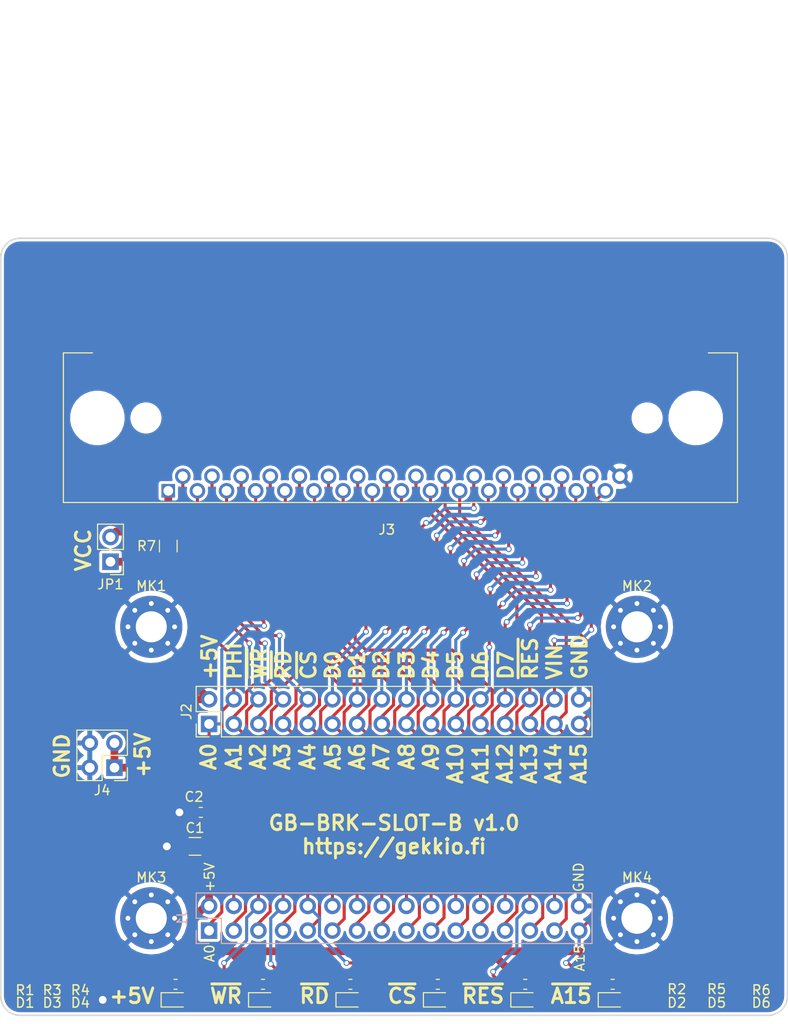
<source format=kicad_pcb>
(kicad_pcb (version 20211014) (generator pcbnew)
  (title_block (title "GB-BRK-SLOT-B") (rev "v1.0") (company "https://gekkio.fi"))
  (layers (0 "F.Cu" signal) (31 "B.Cu" signal) (34 "B.Paste" user) (35 "F.Paste" user) (36 "B.SilkS" user "B.Silkscreen") (37 "F.SilkS" user "F.Silkscreen") (38 "B.Mask" user) (39 "F.Mask" user) (44 "Edge.Cuts" user))
  (net 0 "")
  (net 1 "Net-(D1-Pad2)")
  (net 2 "+5V")
  (net 3 "GND")
  (net 4 "/A0")
  (net 5 "/PHI")
  (net 6 "/A1")
  (net 7 "/~{WR}")
  (net 8 "/A2")
  (net 9 "/~{RD}")
  (net 10 "/A3")
  (net 11 "/~{CS}")
  (net 12 "/A4")
  (net 13 "/D0")
  (net 14 "/A5")
  (net 15 "/D1")
  (net 16 "/A6")
  (net 17 "/D2")
  (net 18 "/A7")
  (net 19 "/D3")
  (net 20 "/A8")
  (net 21 "/D4")
  (net 22 "/A9")
  (net 23 "/D5")
  (net 24 "/A10")
  (net 25 "/D6")
  (net 26 "/A11")
  (net 27 "/D7")
  (net 28 "/A12")
  (net 29 "/~{RES}")
  (net 30 "/A13")
  (net 31 "/VIN")
  (net 32 "/A14")
  (net 33 "/A15")
  (net 34 "Net-(D2-Pad2)")
  (net 35 "Net-(D3-Pad2)")
  (net 36 "Net-(D4-Pad2)")
  (net 37 "Net-(D5-Pad2)")
  (net 38 "Net-(D6-Pad2)")
  (net 39 "Net-(J3-Pad1)")
  (footprint "LED_SMD:LED_0603_1608Metric" (layer "F.Cu") (at 65 148.4)
    (fp_text reference "D1")
    (fp_text value "LED")
  )
  (footprint "Connector_PinHeader_2.54mm:PinHeader_2x16_P2.54mm_Vertical" (layer "F.Cu") (at 68.45 120 90)
    (fp_text reference "J2")
    (fp_text value "Conn_02x16_Odd_Even")
  )
  (footprint "Resistor_SMD:R_0603_1608Metric" (layer "F.Cu") (at 65 146.8)
    (fp_text reference "R1")
    (fp_text value "3.3k")
  )
  (footprint "Capacitor_SMD:C_1206_3216Metric" (layer "F.Cu") (at 67 132.6 180)
    (fp_text reference "C1")
    (fp_text value "10uF")
  )
  (footprint "Capacitor_SMD:C_0603_1608Metric" (layer "F.Cu") (at 67.6 129.1 180)
    (fp_text reference "C2")
    (fp_text value "0.1uF")
  )
  (footprint "LED_SMD:LED_0603_1608Metric" (layer "F.Cu") (at 101 148.4)
    (fp_text reference "D2")
    (fp_text value "LED")
  )
  (footprint "LED_SMD:LED_0603_1608Metric" (layer "F.Cu") (at 74 148.4)
    (fp_text reference "D3")
    (fp_text value "LED")
  )
  (footprint "LED_SMD:LED_0603_1608Metric" (layer "F.Cu") (at 83 148.4)
    (fp_text reference "D4")
    (fp_text value "LED")
  )
  (footprint "LED_SMD:LED_0603_1608Metric" (layer "F.Cu") (at 92 148.4)
    (fp_text reference "D5")
    (fp_text value "LED")
  )
  (footprint "LED_SMD:LED_0603_1608Metric" (layer "F.Cu") (at 110 148.4)
    (fp_text reference "D6")
    (fp_text value "LED")
  )
  (footprint "Resistor_SMD:R_0603_1608Metric" (layer "F.Cu") (at 83 146.8)
    (fp_text reference "R4")
    (fp_text value "3.3k")
  )
  (footprint "Resistor_SMD:R_0603_1608Metric" (layer "F.Cu") (at 110 146.8)
    (fp_text reference "R6")
    (fp_text value "3.3k")
  )
  (footprint "Resistor_SMD:R_0603_1608Metric" (layer "F.Cu") (at 101 146.8)
    (fp_text reference "R2")
    (fp_text value "3.3k")
  )
  (footprint "Resistor_SMD:R_0603_1608Metric" (layer "F.Cu") (at 92 146.8)
    (fp_text reference "R5")
    (fp_text value "3.3k")
  )
  (footprint "Resistor_SMD:R_0603_1608Metric" (layer "F.Cu") (at 74 146.8)
    (fp_text reference "R3")
    (fp_text value "3.3k")
  )
  (footprint "MountingHole:MountingHole_3.2mm_M3_Pad_Via" (layer "F.Cu") (at 62.5 110)
    (fp_text reference "MK1")
    (fp_text value "MountingHole_Pad")
  )
  (footprint "MountingHole:MountingHole_3.2mm_M3_Pad_Via" (layer "F.Cu") (at 112.5 110)
    (fp_text reference "MK2")
    (fp_text value "MountingHole_Pad")
  )
  (footprint "MountingHole:MountingHole_3.2mm_M3_Pad_Via" (layer "F.Cu") (at 62.5 140)
    (fp_text reference "MK3")
    (fp_text value "MountingHole_Pad")
  )
  (footprint "MountingHole:MountingHole_3.2mm_M3_Pad_Via" (layer "F.Cu") (at 112.5 140)
    (fp_text reference "MK4")
    (fp_text value "MountingHole_Pad")
  )
  (footprint "Connector_PinHeader_2.54mm:PinHeader_2x02_P2.54mm_Vertical" (layer "F.Cu") (at 58.71 124.5 180)
    (fp_text reference "J4")
    (fp_text value "Conn_02x02_Odd_Even")
  )
  (footprint "Resistor_SMD:R_1206_3216Metric_Pad1.42x1.75mm_HandSolder" (layer "F.Cu") (at 64.25 101.69 -90)
    (fp_text reference "R7")
    (fp_text value "0R")
  )
  (footprint "Connector_PinHeader_2.54mm:PinHeader_1x02_P2.54mm_Vertical" (layer "F.Cu") (at 58.3 103.3 180)
    (fp_text reference "JP1")
    (fp_text value "Jumper_NC_Small")
  )
  (footprint "Gekkio_Connector_PCBedge:GameBoy_Cartridge_SGB-SGB2_1x32_P1.50mm_Socket_Horizontal" (layer "F.Cu") (at 64.25 96)
    (fp_text reference "J3")
    (fp_text value "GameBoy_Cartridge")
  )
  (footprint "Connector_PinSocket_2.54mm:PinSocket_2x16_P2.54mm_Vertical" (layer "B.Cu") (at 68.45 141.27 -90)
    (fp_text reference "J1")
    (fp_text value "Conn_02x16_Odd_Even")
  )
  (gr_arc (start 47 72) (mid 47.585786 70.585786) (end 49 70) (layer "Edge.Cuts") (width 0.15))
  (gr_arc (start 49 150) (mid 47.585786 149.414214) (end 47 148) (layer "Edge.Cuts") (width 0.15))
  (gr_arc (start 128 148) (mid 127.414214 149.414214) (end 126 150) (layer "Edge.Cuts") (width 0.15))
  (gr_arc (start 126 70) (mid 127.414214 70.585786) (end 128 72) (layer "Edge.Cuts") (width 0.15))
  (gr_line (start 49 70) (end 126 70) (layer "Edge.Cuts") (width 0.15))
  (gr_line (start 128 72) (end 128 148) (layer "Edge.Cuts") (width 0.15))
  (gr_line (start 49 150) (end 126 150) (layer "Edge.Cuts") (width 0.15))
  (gr_line (start 47 72) (end 47 148) (layer "Edge.Cuts") (width 0.15))
  (gr_text "A0" (at 68.5 142.6 90) (layer "F.SilkS") (effects (font (size 1 1)) (justify right)))
  (gr_text "GND" (at 106.5 137.4 90) (layer "F.SilkS") (effects (font (size 1 1)) (justify left)))
  (gr_text "A15" (at 106.6 142.6 90) (layer "F.SilkS") (effects (font (size 1 1)) (justify right)))
  (gr_text "A1" (at 71 121.8 90) (layer "F.SilkS") (effects (font (size 1.5 1.5) (thickness 0.3)) (justify right)))
  (gr_text "A15" (at 106.5 121.8 90) (layer "F.SilkS") (effects (font (size 1.5 1.5) (thickness 0.3)) (justify right)))
  (gr_text "A14" (at 103.9 121.8 90) (layer "F.SilkS") (effects (font (size 1.5 1.5) (thickness 0.3)) (justify right)))
  (gr_text "A13" (at 101.4 121.8 90) (layer "F.SilkS") (effects (font (size 1.5 1.5) (thickness 0.3)) (justify right)))
  (gr_text "A12" (at 98.9 121.8 90) (layer "F.SilkS") (effects (font (size 1.5 1.5) (thickness 0.3)) (justify right)))
  (gr_text "A11" (at 96.4 121.8 90) (layer "F.SilkS") (effects (font (size 1.5 1.5) (thickness 0.3)) (justify right)))
  (gr_text "A10" (at 93.8 121.8 90) (layer "F.SilkS") (effects (font (size 1.5 1.5) (thickness 0.3)) (justify right)))
  (gr_text "A9" (at 91.3 121.8 90) (layer "F.SilkS") (effects (font (size 1.5 1.5) (thickness 0.3)) (justify right)))
  (gr_text "A8" (at 88.8 121.8 90) (layer "F.SilkS") (effects (font (size 1.5 1.5) (thickness 0.3)) (justify right)))
  (gr_text "A7" (at 86.2 121.8 90) (layer "F.SilkS") (effects (font (size 1.5 1.5) (thickness 0.3)) (justify right)))
  (gr_text "A6" (at 83.7 121.8 90) (layer "F.SilkS") (effects (font (size 1.5 1.5) (thickness 0.3)) (justify right)))
  (gr_text "A5" (at 81.2 121.8 90) (layer "F.SilkS") (effects (font (size 1.5 1.5) (thickness 0.3)) (justify right)))
  (gr_text "A4" (at 78.6 121.8 90) (layer "F.SilkS") (effects (font (size 1.5 1.5) (thickness 0.3)) (justify right)))
  (gr_text "A3" (at 76 121.8 90) (layer "F.SilkS") (effects (font (size 1.5 1.5) (thickness 0.3)) (justify right)))
  (gr_text "A2" (at 73.5 121.8 90) (layer "F.SilkS") (effects (font (size 1.5 1.5) (thickness 0.3)) (justify right)))
  (gr_text "GND" (at 106.6 115.6 90) (layer "F.SilkS") (effects (font (size 1.5 1.5) (thickness 0.3)) (justify left)))
  (gr_text "VIN" (at 104 115.6 90) (layer "F.SilkS") (effects (font (size 1.5 1.5) (thickness 0.3)) (justify left)))
  (gr_text "~{RES}" (at 101.5 115.6 90) (layer "F.SilkS") (effects (font (size 1.5 1.5) (thickness 0.3)) (justify left)))
  (gr_text "D7" (at 99 115.6 90) (layer "F.SilkS") (effects (font (size 1.5 1.5) (thickness 0.3)) (justify left)))
  (gr_text "D6" (at 96.4 115.6 90) (layer "F.SilkS") (effects (font (size 1.5 1.5) (thickness 0.3)) (justify left)))
  (gr_text "D5" (at 93.8 115.6 90) (layer "F.SilkS") (effects (font (size 1.5 1.5) (thickness 0.3)) (justify left)))
  (gr_text "D4" (at 91.3 115.6 90) (layer "F.SilkS") (effects (font (size 1.5 1.5) (thickness 0.3)) (justify left)))
  (gr_text "D3" (at 88.8 115.6 90) (layer "F.SilkS") (effects (font (size 1.5 1.5) (thickness 0.3)) (justify left)))
  (gr_text "D2" (at 86.2 115.6 90) (layer "F.SilkS") (effects (font (size 1.5 1.5) (thickness 0.3)) (justify left)))
  (gr_text "D1" (at 83.7 115.6 90) (layer "F.SilkS") (effects (font (size 1.5 1.5) (thickness 0.3)) (justify left)))
  (gr_text "D0" (at 81.2 115.6 90) (layer "F.SilkS") (effects (font (size 1.5 1.5) (thickness 0.3)) (justify left)))
  (gr_text "~{CS}" (at 78.7 115.6 90) (layer "F.SilkS") (effects (font (size 1.5 1.5) (thickness 0.3)) (justify left)))
  (gr_text "~{RD}" (at 76.1 115.6 90) (layer "F.SilkS") (effects (font (size 1.5 1.5) (thickness 0.3)) (justify left)))
  (gr_text "~{WR}" (at 73.6 115.6 90) (layer "F.SilkS") (effects (font (size 1.5 1.5) (thickness 0.3)) (justify left)))
  (gr_text "PHI" (at 71 115.6 90) (layer "F.SilkS") (effects (font (size 1.5 1.5) (thickness 0.3)) (justify left)))
  (gr_text "+5V" (at 68.5 115.6 90) (layer "F.SilkS") (effects (font (size 1.5 1.5) (thickness 0.3)) (justify left)))
  (gr_text "GND" (at 53.31 123.3 90) (layer "F.SilkS") (effects (font (size 1.5 1.5) (thickness 0.3))))
  (gr_text "A0" (at 68.4 121.8 90) (layer "F.SilkS") (effects (font (size 1.5 1.5) (thickness 0.3)) (justify right)))
  (gr_text "VCC" (at 55.5 102.1 90) (layer "F.SilkS") (effects (font (size 1.5 1.5) (thickness 0.3))))
  (gr_text "~{RES}" (at 99 148) (layer "F.SilkS") (effects (font (size 1.5 1.5) (thickness 0.3)) (justify right)))
  (gr_text "~{A15}" (at 108 148) (layer "F.SilkS") (effects (font (size 1.5 1.5) (thickness 0.3)) (justify right)))
  (gr_text "GB-BRK-SLOT-B v1.0\nhttps://gekkio.fi" (at 87.5 131.4) (layer "F.SilkS") (effects (font (size 1.5 1.5) (thickness 0.3))))
  (gr_text "+5V" (at 63 148) (layer "F.SilkS") (effects (font (size 1.5 1.5) (thickness 0.3)) (justify right)))
  (gr_text "~{WR}" (at 72 148) (layer "F.SilkS") (effects (font (size 1.5 1.5) (thickness 0.3)) (justify right)))
  (gr_text "+5V" (at 68.5 137.4 90) (layer "F.SilkS") (effects (font (size 1 1)) (justify left)))
  (gr_text "~{CS}" (at 90 148) (layer "F.SilkS") (effects (font (size 1.5 1.5) (thickness 0.3)) (justify right)))
  (gr_text "~{RD}" (at 81 148) (layer "F.SilkS") (effects (font (size 1.5 1.5) (thickness 0.3)) (justify right)))
  (gr_text "+5V" (at 61.61 123.2 90) (layer "F.SilkS") (effects (font (size 1.5 1.5) (thickness 0.3))))
  (segment (start 65.7875 146.8) (end 65.7875 148.4) (width 0.32) (layer "F.Cu") (net 1))
  (segment (start 106.6 143.4) (end 109.2125 146.0125) (width 0.8) (layer "F.Cu") (net 2))
  (segment (start 58.71 124.5) (end 63.9 124.5) (width 0.8) (layer "F.Cu") (net 2))
  (segment (start 77.9 143.4) (end 86.8 143.4) (width 0.8) (layer "F.Cu") (net 2))
  (segment (start 68.45 138.73) (end 68.07 138.73) (width 0.8) (layer "F.Cu") (net 2))
  (segment (start 66 122.4) (end 66 118.707919) (width 0.8) (layer "F.Cu") (net 2))
  (segment (start 64.1275 103.3) (end 64.25 103.1775) (width 0.8) (layer "F.Cu") (net 2))
  (segment (start 63.9 124.5) (end 66 122.4) (width 0.8) (layer "F.Cu") (net 2))
  (segment (start 97.3875 143.4) (end 96.4 143.4) (width 0.8) (layer "F.Cu") (net 2))
  (segment (start 109.2125 146.0125) (end 109.2125 146.8) (width 0.8) (layer "F.Cu") (net 2))
  (segment (start 96.4 143.4) (end 106.6 143.4) (width 0.8) (layer "F.Cu") (net 2))
  (segment (start 79.3875 143.4) (end 77.9 143.4) (width 0.8) (layer "F.Cu") (net 2))
  (segment (start 88.3875 143.4) (end 86.8 143.4) (width 0.8) (layer "F.Cu") (net 2))
  (segment (start 66.9 115.91) (end 66.9 107.67) (width 0.8) (layer "F.Cu") (net 2))
  (segment (start 91.2125 146.8) (end 91.2125 146.225) (width 0.8) (layer "F.Cu") (net 2))
  (segment (start 70.6 143.4) (end 77.9 143.4) (width 0.8) (layer "F.Cu") (net 2))
  (segment (start 82.2125 146.8) (end 82.2125 146.225) (width 0.8) (layer "F.Cu") (net 2))
  (segment (start 58.71 121.96) (end 58.71 124.5) (width 0.8) (layer "F.Cu") (net 2))
  (segment (start 64.2125 145.1875) (end 64.2125 146.8) (width 0.8) (layer "F.Cu") (net 2))
  (segment (start 68.45 117.46) (end 66.9 115.91) (width 0.8) (layer "F.Cu") (net 2))
  (segment (start 91.2125 146.225) (end 88.3875 143.4) (width 0.8) (layer "F.Cu") (net 2))
  (segment (start 82.2125 146.225) (end 79.3875 143.4) (width 0.8) (layer "F.Cu") (net 2))
  (segment (start 100.2125 146.225) (end 97.3875 143.4) (width 0.8) (layer "F.Cu") (net 2))
  (segment (start 66.8 142.2) (end 66.8 142.6) (width 0.8) (layer "F.Cu") (net 2))
  (segment (start 64.25 105.02) (end 64.25 103.1775) (width 0.8) (layer "F.Cu") (net 2))
  (segment (start 68.07 138.73) (end 66.8 140) (width 0.8) (layer "F.Cu") (net 2))
  (segment (start 100.2125 146.8) (end 100.2125 146.225) (width 0.8) (layer "F.Cu") (net 2))
  (segment (start 67.247919 117.46) (end 68.45 117.46) (width 0.8) (layer "F.Cu") (net 2))
  (segment (start 66.8 142.6) (end 64.2125 145.1875) (width 0.8) (layer "F.Cu") (net 2))
  (segment (start 73.2125 146.0125) (end 70.6 143.4) (width 0.8) (layer "F.Cu") (net 2))
  (segment (start 73.2125 146.8) (end 73.2125 146.0125) (width 0.8) (layer "F.Cu") (net 2))
  (segment (start 68.45 138.73) (end 68.45 124.85) (width 0.8) (layer "F.Cu") (net 2))
  (segment (start 66.8 140) (end 66.8 142.2) (width 0.8) (layer "F.Cu") (net 2))
  (segment (start 86.8 143.4) (end 96.4 143.4) (width 0.8) (layer "F.Cu") (net 2))
  (segment (start 66.8 142.580002) (end 66.8 142.2) (width 0.8) (layer "F.Cu") (net 2))
  (segment (start 68.45 124.85) (end 66 122.4) (width 0.8) (layer "F.Cu") (net 2))
  (segment (start 66 118.707919) (end 67.247919 117.46) (width 0.8) (layer "F.Cu") (net 2))
  (segment (start 70.6 143.4) (end 67.619998 143.4) (width 0.8) (layer "F.Cu") (net 2))
  (segment (start 67.619998 143.4) (end 66.8 142.580002) (width 0.8) (layer "F.Cu") (net 2))
  (segment (start 58.3 103.3) (end 64.1275 103.3) (width 0.8) (layer "F.Cu") (net 2))
  (segment (start 66.9 107.67) (end 64.25 105.02) (width 0.8) (layer "F.Cu") (net 2))
  (segment (start 66.8125 129.1) (end 65.4 129.1) (width 0.8) (layer "F.Cu") (net 3))
  (segment (start 64.2125 148.4) (end 57.5 148.4) (width 0.8) (layer "F.Cu") (net 3))
  (segment (start 65.6 132.6) (end 64.1 132.6) (width 0.8) (layer "F.Cu") (net 3))
  (via (at 57.5 148.4) (size 1) (drill 0.8) (layers "F.Cu" "B.Cu") (net 3))
  (via (at 64.1 132.6) (size 1) (drill 0.8) (layers "F.Cu" "B.Cu") (net 3))
  (via (at 65.4 129.1) (size 1) (drill 0.8) (layers "F.Cu" "B.Cu") (net 3))
  (segment (start 68.45 141.27) (end 68.45 140.668802) (width 0.32) (layer "F.Cu") (net 4))
  (segment (start 74.1 109.9) (end 74.1 109.475736) (width 0.32) (layer "F.Cu") (net 4))
  (segment (start 69.760001 139.358801) (end 69.760001 122.480001) (width 0.32) (layer "F.Cu") (net 4))
  (segment (start 69.760001 122.480001) (end 68.45 121.17) (width 0.32) (layer "F.Cu") (net 4))
  (segment (start 68.45 121.17) (end 68.45 120) (width 0.32) (layer "F.Cu") (net 4))
  (segment (start 68.45 140.668802) (end 69.760001 139.358801) (width 0.32) (layer "F.Cu") (net 4))
  (segment (start 71.75 107.125736) (end 71.75 94.5) (width 0.32) (layer "F.Cu") (net 4))
  (segment (start 74.1 109.475736) (end 71.75 107.125736) (width 0.32) (layer "F.Cu") (net 4))
  (via (at 74.1 109.9) (size 0.6) (drill 0.4) (layers "F.Cu" "B.Cu") (net 4))
  (segment (start 69.62 120) (end 69.760001 119.859999) (width 0.32) (layer "B.Cu") (net 4))
  (segment (start 68.45 120) (end 69.62 120) (width 0.32) (layer "B.Cu") (net 4))
  (segment (start 69.760001 112.339999) (end 72.2 109.9) (width 0.32) (layer "B.Cu") (net 4))
  (segment (start 72.2 109.9) (end 74.1 109.9) (width 0.32) (layer "B.Cu") (net 4))
  (segment (start 69.760001 119.859999) (end 69.760001 112.339999) (width 0.32) (layer "B.Cu") (net 4))
  (segment (start 69.779999 118.670001) (end 69.779999 121.764595) (width 0.32) (layer "F.Cu") (net 5))
  (segment (start 68 100.9) (end 68 110.2) (width 0.32) (layer "F.Cu") (net 5))
  (segment (start 71 117.45) (end 70.99 117.46) (width 0.32) (layer "F.Cu") (net 5))
  (segment (start 69.779999 121.764595) (end 70.99 122.974596) (width 0.32) (layer "F.Cu") (net 5))
  (segment (start 70.99 117.46) (end 69.779999 118.670001) (width 0.32) (layer "F.Cu") (net 5))
  (segment (start 68 110.2) (end 71 113.2) (width 0.32) (layer "F.Cu") (net 5))
  (segment (start 65.75 94.5) (end 65.75 98.65) (width 0.32) (layer "F.Cu") (net 5))
  (segment (start 65.75 98.65) (end 68 100.9) (width 0.32) (layer "F.Cu") (net 5))
  (segment (start 70.99 122.974596) (end 70.99 138.73) (width 0.32) (layer "F.Cu") (net 5))
  (segment (start 71 113.2) (end 71 117.45) (width 0.32) (layer "F.Cu") (net 5))
  (segment (start 74.240802 116) (end 73 116) (width 0.32) (layer "F.Cu") (net 6))
  (segment (start 70.99 119.250802) (end 70.99 120) (width 0.32) (layer "F.Cu") (net 6))
  (segment (start 73.25 96) (end 73.25 105.85) (width 0.32) (layer "F.Cu") (net 6))
  (segment (start 70.99 141.27) (end 70.99 140.520802) (width 0.32) (layer "F.Cu") (net 6))
  (segment (start 73.25 105.85) (end 76.5 109.1) (width 0.32) (layer "F.Cu") (net 6))
  (segment (start 72.200001 121.210001) (end 71.839999 120.849999) (width 0.32) (layer "F.Cu") (net 6))
  (segment (start 71.839999 120.849999) (end 70.99 120) (width 0.32) (layer "F.Cu") (net 6))
  (segment (start 72.200001 139.310801) (end 72.200001 121.210001) (width 0.32) (layer "F.Cu") (net 6))
  (segment (start 76.5 113.740802) (end 74.240802 116) (width 0.32) (layer "F.Cu") (net 6))
  (segment (start 76.5 109.1) (end 76.5 113.740802) (width 0.32) (layer "F.Cu") (net 6))
  (segment (start 72.319999 117.920803) (end 70.99 119.250802) (width 0.32) (layer "F.Cu") (net 6))
  (segment (start 70.99 140.520802) (end 72.200001 139.310801) (width 0.32) (layer "F.Cu") (net 6))
  (segment (start 72.319999 116.680001) (end 72.319999 117.920803) (width 0.32) (layer "F.Cu") (net 6))
  (segment (start 73 116) (end 72.319999 116.680001) (width 0.32) (layer "F.Cu") (net 6))
  (segment (start 67.25 97.13137) (end 68.9 98.78137) (width 0.32) (layer "F.Cu") (net 7))
  (segment (start 68.9 108) (end 72.6 111.7) (width 0.32) (layer "F.Cu") (net 7))
  (segment (start 70 145.1875) (end 70 144.6) (width 0.32) (layer "F.Cu") (net 7))
  (segment (start 72.319999 120.594595) (end 73.53 121.804596) (width 0.32) (layer "F.Cu") (net 7))
  (segment (start 73.2125 148.4) (end 70 145.1875) (width 0.32) (layer "F.Cu") (net 7))
  (segment (start 68.9 98.78137) (end 68.9 108) (width 0.32) (layer "F.Cu") (net 7))
  (segment (start 73.53 121.804596) (end 73.53 138.73) (width 0.32) (layer "F.Cu") (net 7))
  (segment (start 73.53 117.46) (end 72.319999 118.670001) (width 0.32) (layer "F.Cu") (net 7))
  (segment (start 67.25 96) (end 67.25 97.13137) (width 0.32) (layer "F.Cu") (net 7))
  (segment (start 72.319999 118.670001) (end 72.319999 120.594595) (width 0.32) (layer "F.Cu") (net 7))
  (via (at 72.6 111.7) (size 0.6) (drill 0.4) (layers "F.Cu" "B.Cu") (net 7))
  (via (at 70 144.6) (size 0.6) (drill 0.4) (layers "F.Cu" "B.Cu") (net 7))
  (segment (start 72.6 116.53) (end 73.53 117.46) (width 0.32) (layer "B.Cu") (net 7))
  (segment (start 72.680001 139.579999) (end 73.53 138.73) (width 0.32) (layer "B.Cu") (net 7))
  (segment (start 72.319999 142.280001) (end 72.319999 139.940001) (width 0.32) (layer "B.Cu") (net 7))
  (segment (start 70 144.6) (end 72.319999 142.280001) (width 0.32) (layer "B.Cu") (net 7))
  (segment (start 72.6 111.7) (end 72.6 116.53) (width 0.32) (layer "B.Cu") (net 7))
  (segment (start 72.319999 139.940001) (end 72.680001 139.579999) (width 0.32) (layer "B.Cu") (net 7))
  (segment (start 76.2 116) (end 75.5 116) (width 0.32) (layer "F.Cu") (net 8))
  (segment (start 74.859999 117.920803) (end 73.53 119.250802) (width 0.32) (layer "F.Cu") (net 8))
  (segment (start 74.75 94.5) (end 74.75 105.05) (width 0.32) (layer "F.Cu") (net 8))
  (segment (start 75.5 116) (end 74.859999 116.640001) (width 0.32) (layer "F.Cu") (net 8))
  (segment (start 74.75 105.05) (end 77.2 107.5) (width 0.32) (layer "F.Cu") (net 8))
  (segment (start 73.53 119.250802) (end 73.53 120) (width 0.32) (layer "F.Cu") (net 8))
  (segment (start 74.379999 120.849999) (end 73.53 120) (width 0.32) (layer "F.Cu") (net 8))
  (segment (start 77.2 107.5) (end 77.2 115) (width 0.32) (layer "F.Cu") (net 8))
  (segment (start 73.53 141.27) (end 73.53 140.520802) (width 0.32) (layer "F.Cu") (net 8))
  (segment (start 74.740001 139.310801) (end 74.740001 121.210001) (width 0.32) (layer "F.Cu") (net 8))
  (segment (start 74.740001 121.210001) (end 74.379999 120.849999) (width 0.32) (layer "F.Cu") (net 8))
  (segment (start 74.859999 116.640001) (end 74.859999 117.920803) (width 0.32) (layer "F.Cu") (net 8))
  (segment (start 73.53 140.520802) (end 74.740001 139.310801) (width 0.32) (layer "F.Cu") (net 8))
  (segment (start 77.2 115) (end 76.2 116) (width 0.32) (layer "F.Cu") (net 8))
  (segment (start 69.6 97.8) (end 69.6 107.524264) (width 0.32) (layer "F.Cu") (net 9))
  (segment (start 74.859999 118.670001) (end 74.859999 120.594595) (width 0.32) (layer "F.Cu") (net 9))
  (segment (start 74.859999 120.594595) (end 76.07 121.804596) (width 0.32) (layer "F.Cu") (net 9))
  (segment (start 73.775736 111.7) (end 74.2 111.7) (width 0.32) (layer "F.Cu") (net 9))
  (segment (start 78.5 148.4) (end 74.8 144.7) (width 0.32) (layer "F.Cu") (net 9))
  (segment (start 69.6 107.524264) (end 73.775736 111.7) (width 0.32) (layer "F.Cu") (net 9))
  (segment (start 76.07 121.804596) (end 76.07 138.73) (width 0.32) (layer "F.Cu") (net 9))
  (segment (start 68.75 94.5) (end 68.75 96.95) (width 0.32) (layer "F.Cu") (net 9))
  (segment (start 82.2125 148.4) (end 78.5 148.4) (width 0.32) (layer "F.Cu") (net 9))
  (segment (start 76.07 117.46) (end 74.859999 118.670001) (width 0.32) (layer "F.Cu") (net 9))
  (segment (start 68.75 96.95) (end 69.6 97.8) (width 0.32) (layer "F.Cu") (net 9))
  (via (at 74.8 144.7) (size 0.6) (drill 0.4) (layers "F.Cu" "B.Cu") (net 9))
  (via (at 74.2 111.7) (size 0.6) (drill 0.4) (layers "F.Cu" "B.Cu") (net 9))
  (segment (start 74.8 140) (end 74.8 144.7) (width 0.32) (layer "B.Cu") (net 9))
  (segment (start 76.07 138.73) (end 74.8 140) (width 0.32) (layer "B.Cu") (net 9))
  (segment (start 74.2 115.59) (end 74.2 111.7) (width 0.32) (layer "B.Cu") (net 9))
  (segment (start 76.07 117.46) (end 74.2 115.59) (width 0.32) (layer "B.Cu") (net 9))
  (segment (start 77.280001 139.310801) (end 77.280001 121.210001) (width 0.32) (layer "F.Cu") (net 10))
  (segment (start 76.07 140.520802) (end 77.280001 139.310801) (width 0.32) (layer "F.Cu") (net 10))
  (segment (start 77.399999 116.400001) (end 77.9 115.9) (width 0.32) (layer "F.Cu") (net 10))
  (segment (start 77.280001 121.210001) (end 76.919999 120.849999) (width 0.32) (layer "F.Cu") (net 10))
  (segment (start 76.3 96.05) (end 76.25 96) (width 0.32) (layer "F.Cu") (net 10))
  (segment (start 76.07 119.250802) (end 77.399999 117.920803) (width 0.32) (layer "F.Cu") (net 10))
  (segment (start 77.9 115.9) (end 77.9 104.7) (width 0.32) (layer "F.Cu") (net 10))
  (segment (start 77.399999 117.920803) (end 77.399999 116.400001) (width 0.32) (layer "F.Cu") (net 10))
  (segment (start 76.919999 120.849999) (end 76.07 120) (width 0.32) (layer "F.Cu") (net 10))
  (segment (start 76.07 141.27) (end 76.07 140.520802) (width 0.32) (layer "F.Cu") (net 10))
  (segment (start 76.07 120) (end 76.07 119.250802) (width 0.32) (layer "F.Cu") (net 10))
  (segment (start 76.3 103.1) (end 76.3 96.05) (width 0.32) (layer "F.Cu") (net 10))
  (segment (start 77.9 104.7) (end 76.3 103.1) (width 0.32) (layer "F.Cu") (net 10))
  (segment (start 70.25 107.074264) (end 74.075736 110.9) (width 0.32) (layer "F.Cu") (net 11))
  (segment (start 78.61 117.46) (end 77.399999 118.670001) (width 0.32) (layer "F.Cu") (net 11))
  (segment (start 70.25 96) (end 70.25 107.074264) (width 0.32) (layer "F.Cu") (net 11))
  (segment (start 74.075736 110.9) (end 75.7 110.9) (width 0.32) (layer "F.Cu") (net 11))
  (segment (start 77.399999 118.670001) (end 77.399999 120.594595) (width 0.32) (layer "F.Cu") (net 11))
  (segment (start 77.399999 120.594595) (end 78.61 121.804596) (width 0.32) (layer "F.Cu") (net 11))
  (segment (start 78.61 121.804596) (end 78.61 138.73) (width 0.32) (layer "F.Cu") (net 11))
  (segment (start 91.2125 148.4) (end 87.4125 144.6) (width 0.32) (layer "F.Cu") (net 11))
  (segment (start 87.4125 144.6) (end 82.6 144.6) (width 0.32) (layer "F.Cu") (net 11))
  (via (at 75.7 110.9) (size 0.6) (drill 0.4) (layers "F.Cu" "B.Cu") (net 11))
  (via (at 82.6 144.6) (size 0.6) (drill 0.4) (layers "F.Cu" "B.Cu") (net 11))
  (segment (start 82.6 144.6) (end 79.820001 141.820001) (width 0.32) (layer "B.Cu") (net 11))
  (segment (start 79.820001 141.820001) (end 79.820001 139.940001) (width 0.32) (layer "B.Cu") (net 11))
  (segment (start 75.7 114.55) (end 75.7 110.9) (width 0.32) (layer "B.Cu") (net 11))
  (segment (start 78.61 117.46) (end 75.7 114.55) (width 0.32) (layer "B.Cu") (net 11))
  (segment (start 79.459999 139.579999) (end 78.61 138.73) (width 0.32) (layer "B.Cu") (net 11))
  (segment (start 79.820001 139.940001) (end 79.459999 139.579999) (width 0.32) (layer "B.Cu") (net 11))
  (segment (start 78.6 101.8) (end 77.75 100.95) (width 0.32) (layer "F.Cu") (net 12))
  (segment (start 78.61 141.27) (end 79.820001 140.059999) (width 0.32) (layer "F.Cu") (net 12))
  (segment (start 79.820001 115.020001) (end 78.6 113.8) (width 0.32) (layer "F.Cu") (net 12))
  (segment (start 79.459999 120.849999) (end 78.61 120) (width 0.32) (layer "F.Cu") (net 12))
  (segment (start 78.61 119.250802) (end 79.820001 118.040801) (width 0.32) (layer "F.Cu") (net 12))
  (segment (start 78.6 113.8) (end 78.6 101.8) (width 0.32) (layer "F.Cu") (net 12))
  (segment (start 79.820001 118.040801) (end 79.820001 115.020001) (width 0.32) (layer "F.Cu") (net 12))
  (segment (start 77.75 100.95) (end 77.75 94.5) (width 0.32) (layer "F.Cu") (net 12))
  (segment (start 79.820001 140.059999) (end 79.820001 121.210001) (width 0.32) (layer "F.Cu") (net 12))
  (segment (start 78.61 120) (end 78.61 119.250802) (width 0.32) (layer "F.Cu") (net 12))
  (segment (start 79.820001 121.210001) (end 79.459999 120.849999) (width 0.32) (layer "F.Cu") (net 12))
  (segment (start 84.6 105.499998) (end 90.799998 99.3) (width 0.32) (layer "F.Cu") (net 13))
  (segment (start 81.15 121.790802) (end 81.15 138.73) (width 0.32) (layer "F.Cu") (net 13))
  (segment (start 79.939999 118.670001) (end 79.939999 120.580801) (width 0.32) (layer "F.Cu") (net 13))
  (segment (start 95.7 94.55) (end 95.75 94.5) (width 0.32) (layer "F.Cu") (net 13))
  (segment (start 84.6 110.5) (end 84.6 105.499998) (width 0.32) (layer "F.Cu") (net 13))
  (segment (start 79.939999 120.580801) (end 81.15 121.790802) (width 0.32) (layer "F.Cu") (net 13))
  (segment (start 81.15 117.46) (end 79.939999 118.670001) (width 0.32) (layer "F.Cu") (net 13))
  (segment (start 95.7 97.8) (end 95.7 94.55) (width 0.32) (layer "F.Cu") (net 13))
  (via (at 90.799998 99.3) (size 0.6) (drill 0.4) (layers "F.Cu" "B.Cu") (net 13))
  (via (at 84.6 110.5) (size 0.6) (drill 0.4) (layers "F.Cu" "B.Cu") (net 13))
  (via (at 95.7 97.8) (size 0.6) (drill 0.4) (layers "F.Cu" "B.Cu") (net 13))
  (segment (start 92.724262 97.8) (end 91.224262 99.3) (width 0.32) (layer "B.Cu") (net 13))
  (segment (start 91.224262 99.3) (end 90.799998 99.3) (width 0.32) (layer "B.Cu") (net 13))
  (segment (start 95.7 97.8) (end 92.724262 97.8) (width 0.32) (layer "B.Cu") (net 13))
  (segment (start 81.15 117.46) (end 81.15 113.95) (width 0.32) (layer "B.Cu") (net 13))
  (segment (start 81.15 113.95) (end 84.6 110.5) (width 0.32) (layer "B.Cu") (net 13))
  (segment (start 79.3 96.05) (end 79.25 96) (width 0.32) (layer "F.Cu") (net 14))
  (segment (start 81.15 119.250802) (end 82.360001 118.040801) (width 0.32) (layer "F.Cu") (net 14))
  (segment (start 79.3 113.4) (end 79.3 96.05) (width 0.32) (layer "F.Cu") (net 14))
  (segment (start 82.360001 121.210001) (end 81.999999 120.849999) (width 0.32) (layer "F.Cu") (net 14))
  (segment (start 81.999999 120.849999) (end 81.15 120) (width 0.32) (layer "F.Cu") (net 14))
  (segment (start 81.15 141.27) (end 82.360001 140.059999) (width 0.32) (layer "F.Cu") (net 14))
  (segment (start 81.15 120) (end 81.15 119.250802) (width 0.32) (layer "F.Cu") (net 14))
  (segment (start 82.360001 118.040801) (end 82.360001 116.460001) (width 0.32) (layer "F.Cu") (net 14))
  (segment (start 82.360001 140.059999) (end 82.360001 121.210001) (width 0.32) (layer "F.Cu") (net 14))
  (segment (start 82.360001 116.460001) (end 79.3 113.4) (width 0.32) (layer "F.Cu") (net 14))
  (segment (start 96.5 99.2) (end 96.4 99.2) (width 0.32) (layer "F.Cu") (net 15))
  (segment (start 91.9 105.2) (end 91.9 100.6) (width 0.32) (layer "F.Cu") (net 15))
  (segment (start 86.6 110.5) (end 91.9 105.2) (width 0.32) (layer "F.Cu") (net 15))
  (segment (start 97.2 96.05) (end 97.2 98.5) (width 0.32) (layer "F.Cu") (net 15))
  (segment (start 97.25 96) (end 97.2 96.05) (width 0.32) (layer "F.Cu") (net 15))
  (segment (start 97.2 98.5) (end 96.5 99.2) (width 0.32) (layer "F.Cu") (net 15))
  (segment (start 83.69 117.46) (end 82.360001 118.789999) (width 0.32) (layer "F.Cu") (net 15))
  (segment (start 82.360001 120.474597) (end 83.69 121.804596) (width 0.32) (layer "F.Cu") (net 15))
  (segment (start 83.69 121.804596) (end 83.69 138.73) (width 0.32) (layer "F.Cu") (net 15))
  (segment (start 82.360001 118.789999) (end 82.360001 120.474597) (width 0.32) (layer "F.Cu") (net 15))
  (via (at 91.9 100.6) (size 0.6) (drill 0.4) (layers "F.Cu" "B.Cu") (net 15))
  (via (at 96.4 99.2) (size 0.6) (drill 0.4) (layers "F.Cu" "B.Cu") (net 15))
  (via (at 86.6 110.5) (size 0.6) (drill 0.4) (layers "F.Cu" "B.Cu") (net 15))
  (segment (start 93.3 99.2) (end 96.4 99.2) (width 0.32) (layer "B.Cu") (net 15))
  (segment (start 83.69 113.41) (end 86.6 110.5) (width 0.32) (layer "B.Cu") (net 15))
  (segment (start 83.69 117.46) (end 83.69 113.41) (width 0.32) (layer "B.Cu") (net 15))
  (segment (start 91.9 100.6) (end 93.3 99.2) (width 0.32) (layer "B.Cu") (net 15))
  (segment (start 84.5 115.9) (end 84.900001 116.300001) (width 0.32) (layer "F.Cu") (net 16))
  (segment (start 83.69 119.250802) (end 83.69 120) (width 0.32) (layer "F.Cu") (net 16))
  (segment (start 84.539999 120.849999) (end 83.69 120) (width 0.32) (layer "F.Cu") (net 16))
  (segment (start 84.900001 121.210001) (end 84.539999 120.849999) (width 0.32) (layer "F.Cu") (net 16))
  (segment (start 84.900001 116.300001) (end 84.900001 118.040801) (width 0.32) (layer "F.Cu") (net 16))
  (segment (start 84.900001 139.310801) (end 84.900001 121.210001) (width 0.32) (layer "F.Cu") (net 16))
  (segment (start 83.69 141.27) (end 83.69 140.520802) (width 0.32) (layer "F.Cu") (net 16))
  (segment (start 80 113) (end 82.9 115.9) (width 0.32) (layer "F.Cu") (net 16))
  (segment (start 84.900001 118.040801) (end 83.69 119.250802) (width 0.32) (layer "F.Cu") (net 16))
  (segment (start 83.69 140.520802) (end 84.900001 139.310801) (width 0.32) (layer "F.Cu") (net 16))
  (segment (start 80.75 94.5) (end 80.75 97.25) (width 0.32) (layer "F.Cu") (net 16))
  (segment (start 80.75 97.25) (end 80 98) (width 0.32) (layer "F.Cu") (net 16))
  (segment (start 82.9 115.9) (end 84.5 115.9) (width 0.32) (layer "F.Cu") (net 16))
  (segment (start 80 98) (end 80 113) (width 0.32) (layer "F.Cu") (net 16))
  (segment (start 86.23 121.804596) (end 86.23 138.73) (width 0.32) (layer "F.Cu") (net 17))
  (segment (start 93.3 105.799998) (end 93.3 101.9) (width 0.32) (layer "F.Cu") (net 17))
  (segment (start 98.75 97.75) (end 98.199999 98.300001) (width 0.32) (layer "F.Cu") (net 17))
  (segment (start 86.23 117.46) (end 85.019999 118.670001) (width 0.32) (layer "F.Cu") (net 17))
  (segment (start 85.019999 120.594595) (end 86.23 121.804596) (width 0.32) (layer "F.Cu") (net 17))
  (segment (start 98.199999 100.300001) (end 97.9 100.6) (width 0.32) (layer "F.Cu") (net 17))
  (segment (start 88.599998 110.5) (end 93.3 105.799998) (width 0.32) (layer "F.Cu") (net 17))
  (segment (start 85.019999 118.670001) (end 85.019999 120.594595) (width 0.32) (layer "F.Cu") (net 17))
  (segment (start 98.75 94.5) (end 98.75 97.75) (width 0.32) (layer "F.Cu") (net 17))
  (segment (start 98.199999 98.300001) (end 98.199999 100.300001) (width 0.32) (layer "F.Cu") (net 17))
  (via (at 97.9 100.6) (size 0.6) (drill 0.4) (layers "F.Cu" "B.Cu") (net 17))
  (via (at 88.599998 110.5) (size 0.6) (drill 0.4) (layers "F.Cu" "B.Cu") (net 17))
  (via (at 93.3 101.9) (size 0.6) (drill 0.4) (layers "F.Cu" "B.Cu") (net 17))
  (segment (start 86.23 117.46) (end 86.23 112.869998) (width 0.32) (layer "B.Cu") (net 17))
  (segment (start 93.3 101.9) (end 94.6 100.6) (width 0.32) (layer "B.Cu") (net 17))
  (segment (start 94.6 100.6) (end 97.9 100.6) (width 0.32) (layer "B.Cu") (net 17))
  (segment (start 86.23 112.869998) (end 88.599998 110.5) (width 0.32) (layer "B.Cu") (net 17))
  (segment (start 82.25 97.45) (end 80.7 99) (width 0.32) (layer "F.Cu") (net 18))
  (segment (start 82.25 96) (end 82.25 97.45) (width 0.32) (layer "F.Cu") (net 18))
  (segment (start 86.4 115.2) (end 87.440001 116.240001) (width 0.32) (layer "F.Cu") (net 18))
  (segment (start 87.079999 120.849999) (end 86.23 120) (width 0.32) (layer "F.Cu") (net 18))
  (segment (start 86.23 141.27) (end 86.23 140.520802) (width 0.32) (layer "F.Cu") (net 18))
  (segment (start 80.7 99) (end 80.7 112.6) (width 0.32) (layer "F.Cu") (net 18))
  (segment (start 87.440001 121.210001) (end 87.079999 120.849999) (width 0.32) (layer "F.Cu") (net 18))
  (segment (start 87.440001 116.240001) (end 87.440001 118.040801) (width 0.32) (layer "F.Cu") (net 18))
  (segment (start 86.23 119.250802) (end 86.23 120) (width 0.32) (layer "F.Cu") (net 18))
  (segment (start 80.7 112.6) (end 83.3 115.2) (width 0.32) (layer "F.Cu") (net 18))
  (segment (start 87.440001 139.310801) (end 87.440001 121.210001) (width 0.32) (layer "F.Cu") (net 18))
  (segment (start 86.23 140.520802) (end 87.440001 139.310801) (width 0.32) (layer "F.Cu") (net 18))
  (segment (start 87.440001 118.040801) (end 86.23 119.250802) (width 0.32) (layer "F.Cu") (net 18))
  (segment (start 83.3 115.2) (end 86.4 115.2) (width 0.32) (layer "F.Cu") (net 18))
  (segment (start 88.77 117.46) (end 87.559999 118.670001) (width 0.32) (layer "F.Cu") (net 19))
  (segment (start 94.7 106.399998) (end 94.7 103.2) (width 0.32) (layer "F.Cu") (net 19))
  (segment (start 88.77 121.804596) (end 88.77 138.73) (width 0.32) (layer "F.Cu") (net 19))
  (segment (start 99.3 99) (end 99.3 102) (width 0.32) (layer "F.Cu") (net 19))
  (segment (start 100.25 96) (end 100.25 98.05) (width 0.32) (layer "F.Cu") (net 19))
  (segment (start 90.599998 110.5) (end 94.7 106.399998) (width 0.32) (layer "F.Cu") (net 19))
  (segment (start 100.25 98.05) (end 99.3 99) (width 0.32) (layer "F.Cu") (net 19))
  (segment (start 87.559999 120.594595) (end 88.77 121.804596) (width 0.32) (layer "F.Cu") (net 19))
  (segment (start 87.559999 118.670001) (end 87.559999 120.594595) (width 0.32) (layer "F.Cu") (net 19))
  (via (at 90.599998 110.5) (size 0.6) (drill 0.4) (layers "F.Cu" "B.Cu") (net 19))
  (via (at 99.3 102) (size 0.6) (drill 0.4) (layers "F.Cu" "B.Cu") (net 19))
  (via (at 94.7 103.2) (size 0.6) (drill 0.4) (layers "F.Cu" "B.Cu") (net 19))
  (segment (start 88.77 112.33) (end 90.599998 110.500002) (width 0.32) (layer "B.Cu") (net 19))
  (segment (start 90.599998 110.500002) (end 90.599998 110.5) (width 0.32) (layer "B.Cu") (net 19))
  (segment (start 88.77 117.46) (end 88.77 112.33) (width 0.32) (layer "B.Cu") (net 19))
  (segment (start 94.7 103.2) (end 95.9 102) (width 0.32) (layer "B.Cu") (net 19))
  (segment (start 95.9 102) (end 99.3 102) (width 0.32) (layer "B.Cu") (net 19))
  (segment (start 88.77 141.27) (end 90.099999 139.940001) (width 0.32) (layer "F.Cu") (net 20))
  (segment (start 89.980001 118.040801) (end 89.980001 116.280001) (width 0.32) (layer "F.Cu") (net 20))
  (segment (start 88.2 114.5) (end 83.7 114.5) (width 0.32) (layer "F.Cu") (net 20))
  (segment (start 83.75 97.35) (end 81.4 99.7) (width 0.32) (layer "F.Cu") (net 20))
  (segment (start 89.619999 120.849999) (end 88.77 120) (width 0.32) (layer "F.Cu") (net 20))
  (segment (start 83.75 94.5) (end 83.75 97.35) (width 0.32) (layer "F.Cu") (net 20))
  (segment (start 88.77 120) (end 88.77 119.250802) (width 0.32) (layer "F.Cu") (net 20))
  (segment (start 81.4 112.2) (end 81.4 99.7) (width 0.32) (layer "F.Cu") (net 20))
  (segment (start 83.7 114.5) (end 81.4 112.2) (width 0.32) (layer "F.Cu") (net 20))
  (segment (start 90.099999 139.940001) (end 90.099999 121.329999) (width 0.32) (layer "F.Cu") (net 20))
  (segment (start 88.77 119.250802) (end 89.980001 118.040801) (width 0.32) (layer "F.Cu") (net 20))
  (segment (start 89.980001 116.280001) (end 88.2 114.5) (width 0.32) (layer "F.Cu") (net 20))
  (segment (start 90.099999 121.329999) (end 89.619999 120.849999) (width 0.32) (layer "F.Cu") (net 20))
  (segment (start 91.31 117.46) (end 89.980001 118.789999) (width 0.32) (layer "F.Cu") (net 21))
  (segment (start 101.75 94.5) (end 101.75 98.35) (width 0.32) (layer "F.Cu") (net 21))
  (segment (start 91.31 121.804596) (end 91.31 138.73) (width 0.32) (layer "F.Cu") (net 21))
  (segment (start 89.980001 120.474597) (end 91.31 121.804596) (width 0.32) (layer "F.Cu") (net 21))
  (segment (start 89.980001 118.789999) (end 89.980001 120.474597) (width 0.32) (layer "F.Cu") (net 21))
  (segment (start 100.7 99.4) (end 100.7 103.4) (width 0.32) (layer "F.Cu") (net 21))
  (segment (start 92.6 110.6) (end 96 107.2) (width 0.32) (layer "F.Cu") (net 21))
  (segment (start 101.75 98.35) (end 100.7 99.4) (width 0.32) (layer "F.Cu") (net 21))
  (segment (start 96 107.2) (end 96 104.6) (width 0.32) (layer "F.Cu") (net 21))
  (via (at 96 104.6) (size 0.6) (drill 0.4) (layers "F.Cu" "B.Cu") (net 21))
  (via (at 92.6 110.6) (size 0.6) (drill 0.4) (layers "F.Cu" "B.Cu") (net 21))
  (via (at 100.7 103.4) (size 0.6) (drill 0.4) (layers "F.Cu" "B.Cu") (net 21))
  (segment (start 91.31 117.46) (end 91.31 111.89) (width 0.32) (layer "B.Cu") (net 21))
  (segment (start 91.31 111.89) (end 92.6 110.6) (width 0.32) (layer "B.Cu") (net 21))
  (segment (start 96 104.6) (end 97.2 103.4) (width 0.32) (layer "B.Cu") (net 21))
  (segment (start 97.2 103.4) (end 100.7 103.4) (width 0.32) (layer "B.Cu") (net 21))
  (segment (start 91.31 120) (end 91.31 119.250802) (width 0.32) (layer "F.Cu") (net 22))
  (segment (start 82.1 111.9) (end 82.1 100.28137) (width 0.32) (layer "F.Cu") (net 22))
  (segment (start 92.159999 120.849999) (end 91.31 120) (width 0.32) (layer "F.Cu") (net 22))
  (segment (start 92.639999 139.940001) (end 92.639999 121.329999) (width 0.32) (layer "F.Cu") (net 22))
  (segment (start 82.1 100.28137) (end 85.25 97.13137) (width 0.32) (layer "F.Cu") (net 22))
  (segment (start 84 113.8) (end 82.1 111.9) (width 0.32) (layer "F.Cu") (net 22))
  (segment (start 92.520001 118.040801) (end 92.520001 116.620001) (width 0.32) (layer "F.Cu") (net 22))
  (segment (start 85.25 97.13137) (end 85.25 96) (width 0.32) (layer "F.Cu") (net 22))
  (segment (start 89.7 113.8) (end 84 113.8) (width 0.32) (layer "F.Cu") (net 22))
  (segment (start 92.639999 121.329999) (end 92.159999 120.849999) (width 0.32) (layer "F.Cu") (net 22))
  (segment (start 92.520001 116.620001) (end 89.7 113.8) (width 0.32) (layer "F.Cu") (net 22))
  (segment (start 91.31 141.27) (end 92.639999 139.940001) (width 0.32) (layer "F.Cu") (net 22))
  (segment (start 91.31 119.250802) (end 92.520001 118.040801) (width 0.32) (layer "F.Cu") (net 22))
  (segment (start 97.4 107.8) (end 97.4 106.1) (width 0.32) (layer "F.Cu") (net 23))
  (segment (start 102.1 100.2) (end 102.1 104.8) (width 0.32) (layer "F.Cu") (net 23))
  (segment (start 93.85 121.804596) (end 93.85 138.73) (width 0.32) (layer "F.Cu") (net 23))
  (segment (start 93.85 117.46) (end 92.639999 118.670001) (width 0.32) (layer "F.Cu") (net 23))
  (segment (start 103.25 99.05) (end 102.1 100.2) (width 0.32) (layer "F.Cu") (net 23))
  (segment (start 92.639999 120.594595) (end 93.85 121.804596) (width 0.32) (layer "F.Cu") (net 23))
  (segment (start 94.6 110.6) (end 97.4 107.8) (width 0.32) (layer "F.Cu") (net 23))
  (segment (start 103.25 96) (end 103.25 99.05) (width 0.32) (layer "F.Cu") (net 23))
  (segment (start 92.639999 118.670001) (end 92.639999 120.594595) (width 0.32) (layer "F.Cu") (net 23))
  (via (at 97.4 106.1) (size 0.6) (drill 0.4) (layers "F.Cu" "B.Cu") (net 23))
  (via (at 102.1 104.8) (size 0.6) (drill 0.4) (layers "F.Cu" "B.Cu") (net 23))
  (via (at 94.6 110.6) (size 0.6) (drill 0.4) (layers "F.Cu" "B.Cu") (net 23))
  (segment (start 97.4 106.1) (end 98.7 104.8) (width 0.32) (layer "B.Cu") (net 23))
  (segment (start 93.85 111.35) (end 94.6 110.6) (width 0.32) (layer "B.Cu") (net 23))
  (segment (start 98.7 104.8) (end 102.1 104.8) (width 0.32) (layer "B.Cu") (net 23))
  (segment (start 93.85 117.46) (end 93.85 111.35) (width 0.32) (layer "B.Cu") (net 23))
  (segment (start 86.75 97.25) (end 82.8 101.2) (width 0.32) (layer "F.Cu") (net 24))
  (segment (start 84.3 113.1) (end 82.8 111.6) (width 0.32) (layer "F.Cu") (net 24))
  (segment (start 93.85 119.250802) (end 95.060001 118.040801) (width 0.32) (layer "F.Cu") (net 24))
  (segment (start 95.060001 140.059999) (end 95.060001 121.210001) (width 0.32) (layer "F.Cu") (net 24))
  (segment (start 93.85 141.27) (end 95.060001 140.059999) (width 0.32) (layer "F.Cu") (net 24))
  (segment (start 95.060001 116.560001) (end 91.6 113.1) (width 0.32) (layer "F.Cu") (net 24))
  (segment (start 86.75 97.25) (end 86.75 94.5) (width 0.32) (layer "F.Cu") (net 24))
  (segment (start 95.060001 121.210001) (end 94.699999 120.849999) (width 0.32) (layer "F.Cu") (net 24))
  (segment (start 82.8 101.2) (end 82.8 111.6) (width 0.32) (layer "F.Cu") (net 24))
  (segment (start 95.060001 118.040801) (end 95.060001 116.560001) (width 0.32) (layer "F.Cu") (net 24))
  (segment (start 94.699999 120.849999) (end 93.85 120) (width 0.32) (layer "F.Cu") (net 24))
  (segment (start 93.85 120) (end 93.85 119.250802) (width 0.32) (layer "F.Cu") (net 24))
  (segment (start 91.6 113.1) (end 84.3 113.1) (width 0.32) (layer "F.Cu") (net 24))
  (segment (start 95.179999 118.670001) (end 95.179999 120.594595) (width 0.32) (layer "F.Cu") (net 25))
  (segment (start 96.39 117.46) (end 95.179999 118.670001) (width 0.32) (layer "F.Cu") (net 25))
  (segment (start 97.3 109) (end 97.3 112.1) (width 0.32) (layer "F.Cu") (net 25))
  (segment (start 103.6 100.8) (end 103.6 106.2) (width 0.32) (layer "F.Cu") (net 25))
  (segment (start 95.179999 120.594595) (end 96.39 121.804596) (width 0.32) (layer "F.Cu") (net 25))
  (segment (start 98.7 107.6) (end 97.3 109) (width 0.32) (layer "F.Cu") (net 25))
  (segment (start 96.39 121.804596) (end 96.39 138.73) (width 0.32) (layer "F.Cu") (net 25))
  (segment (start 104.75 99.65) (end 103.6 100.8) (width 0.32) (layer "F.Cu") (net 25))
  (segment (start 104.75 94.5) (end 104.75 99.65) (width 0.32) (layer "F.Cu") (net 25))
  (via (at 97.3 112.1) (size 0.6) (drill 0.4) (layers "F.Cu" "B.Cu") (net 25))
  (via (at 98.7 107.6) (size 0.6) (drill 0.4) (layers "F.Cu" "B.Cu") (net 25))
  (via (at 103.6 106.2) (size 0.6) (drill 0.4) (layers "F.Cu" "B.Cu") (net 25))
  (segment (start 96.39 117.46) (end 97.3 116.55) (width 0.32) (layer "B.Cu") (net 25))
  (segment (start 100.1 106.2) (end 103.6 106.2) (width 0.32) (layer "B.Cu") (net 25))
  (segment (start 98.7 107.6) (end 100.1 106.2) (width 0.32) (layer "B.Cu") (net 25))
  (segment (start 97.3 116.55) (end 97.3 112.1) (width 0.32) (layer "B.Cu") (net 25))
  (segment (start 97.239999 120.849999) (end 96.39 120) (width 0.32) (layer "F.Cu") (net 26))
  (segment (start 97.600001 139.310801) (end 97.600001 121.210001) (width 0.32) (layer "F.Cu") (net 26))
  (segment (start 88.25 97.13137) (end 88.25 96) (width 0.32) (layer "F.Cu") (net 26))
  (segment (start 96.39 119.250802) (end 97.600001 118.040801) (width 0.32) (layer "F.Cu") (net 26))
  (segment (start 97.600001 118.040801) (end 97.600001 116.500001) (width 0.32) (layer "F.Cu") (net 26))
  (segment (start 96.39 141.27) (end 96.39 140.520802) (width 0.32) (layer "F.Cu") (net 26))
  (segment (start 83.5 101.88137) (end 88.25 97.13137) (width 0.32) (layer "F.Cu") (net 26))
  (segment (start 84.6 112.4) (end 83.5 111.3) (width 0.32) (layer "F.Cu") (net 26))
  (segment (start 97.600001 116.500001) (end 93.5 112.4) (width 0.32) (layer "F.Cu") (net 26))
  (segment (start 83.5 111.3) (end 83.5 101.88137) (width 0.32) (layer "F.Cu") (net 26))
  (segment (start 96.39 120) (end 96.39 119.250802) (width 0.32) (layer "F.Cu") (net 26))
  (segment (start 96.39 140.520802) (end 97.600001 139.310801) (width 0.32) (layer "F.Cu") (net 26))
  (segment (start 97.600001 121.210001) (end 97.239999 120.849999) (width 0.32) (layer "F.Cu") (net 26))
  (segment (start 93.5 112.4) (end 84.6 112.4) (width 0.32) (layer "F.Cu") (net 26))
  (segment (start 97.600001 120.474597) (end 98.93 121.804596) (width 0.32) (layer "F.Cu") (net 27))
  (segment (start 98.93 117.46) (end 97.600001 118.789999) (width 0.32) (layer "F.Cu") (net 27))
  (segment (start 97.600001 118.789999) (end 97.600001 120.474597) (width 0.32) (layer "F.Cu") (net 27))
  (segment (start 106.2 96.05) (end 106.25 96) (width 0.32) (layer "F.Cu") (net 27))
  (segment (start 98.93 117.46) (end 98.93 109.67) (width 0.32) (layer "F.Cu") (net 27))
  (segment (start 105.3 107.6) (end 105.3 101.3) (width 0.32) (layer "F.Cu") (net 27))
  (segment (start 105.3 101.3) (end 106.2 100.4) (width 0.32) (layer "F.Cu") (net 27))
  (segment (start 98.93 109.67) (end 99.1 109.5) (width 0.32) (layer "F.Cu") (net 27))
  (segment (start 106.2 100.4) (end 106.2 96.05) (width 0.32) (layer "F.Cu") (net 27))
  (segment (start 98.93 121.804596) (end 98.93 138.73) (width 0.32) (layer "F.Cu") (net 27))
  (via (at 99.1 109.5) (size 0.6) (drill 0.4) (layers "F.Cu" "B.Cu") (net 27))
  (via (at 105.3 107.6) (size 0.6) (drill 0.4) (layers "F.Cu" "B.Cu") (net 27))
  (segment (start 101 107.6) (end 105.3 107.6) (width 0.32) (layer "B.Cu") (net 27))
  (segment (start 99.1 109.5) (end 101 107.6) (width 0.32) (layer "B.Cu") (net 27))
  (segment (start 100.140001 121.210001) (end 99.779999 120.849999) (width 0.32) (layer "F.Cu") (net 28))
  (segment (start 99.779999 120.849999) (end 98.93 120) (width 0.32) (layer "F.Cu") (net 28))
  (segment (start 98.93 119.250802) (end 98.93 120) (width 0.32) (layer "F.Cu") (net 28))
  (segment (start 100.140001 107.240001) (end 100.140001 118.040801) (width 0.32) (layer "F.Cu") (net 28))
  (segment (start 98.93 140.520802) (end 100.140001 139.310801) (width 0.32) (layer "F.Cu") (net 28))
  (segment (start 89.75 94.5) (end 89.75 96.85) (width 0.32) (layer "F.Cu") (net 28))
  (segment (start 100.140001 139.310801) (end 100.140001 121.210001) (width 0.32) (layer "F.Cu") (net 28))
  (segment (start 98.93 141.27) (end 98.93 140.520802) (width 0.32) (layer "F.Cu") (net 28))
  (segment (start 100.140001 118.040801) (end 98.93 119.250802) (width 0.32) (layer "F.Cu") (net 28))
  (segment (start 89.75 96.85) (end 100.140001 107.240001) (width 0.32) (layer "F.Cu") (net 28))
  (segment (start 100.140001 120.474597) (end 101.47 121.804596) (width 0.32) (layer "F.Cu") (net 29))
  (segment (start 101.47 109.83) (end 101.5 109.8) (width 0.32) (layer "F.Cu") (net 29))
  (segment (start 107.75 100.65) (end 106.699999 101.700001) (width 0.32) (layer "F.Cu") (net 29))
  (segment (start 101.47 121.804596) (end 101.47 138.73) (width 0.32) (layer "F.Cu") (net 29))
  (segment (start 101.47 117.46) (end 100.140001 118.789999) (width 0.32) (layer "F.Cu") (net 29))
  (segment (start 97.7 145.8875) (end 97.7 145.5) (width 0.32) (layer "F.Cu") (net 29))
  (segment (start 106.699999 108.800001) (end 106.4 109.1) (width 0.32) (layer "F.Cu") (net 29))
  (segment (start 100.140001 118.789999) (end 100.140001 120.474597) (width 0.32) (layer "F.Cu") (net 29))
  (segment (start 106.699999 101.700001) (end 106.699999 108.800001) (width 0.32) (layer "F.Cu") (net 29))
  (segment (start 101.47 117.46) (end 101.47 109.83) (width 0.32) (layer "F.Cu") (net 29))
  (segment (start 107.75 94.5) (end 107.75 100.65) (width 0.32) (layer "F.Cu") (net 29))
  (segment (start 100.2125 148.4) (end 97.7 145.8875) (width 0.32) (layer "F.Cu") (net 29))
  (via (at 101.5 109.8) (size 0.6) (drill 0.4) (layers "F.Cu" "B.Cu") (net 29))
  (via (at 97.7 145.5) (size 0.6) (drill 0.4) (layers "F.Cu" "B.Cu") (net 29))
  (via (at 106.4 109.1) (size 0.6) (drill 0.4) (layers "F.Cu" "B.Cu") (net 29))
  (segment (start 97.7 145.5) (end 100.140001 143.059999) (width 0.32) (layer "B.Cu") (net 29))
  (segment (start 106.4 109.1) (end 102.2 109.1) (width 0.32) (layer "B.Cu") (net 29))
  (segment (start 100.140001 143.059999) (end 100.140001 140.059999) (width 0.32) (layer "B.Cu") (net 29))
  (segment (start 100.620001 139.579999) (end 101.47 138.73) (width 0.32) (layer "B.Cu") (net 29))
  (segment (start 100.140001 140.059999) (end 100.620001 139.579999) (width 0.32) (layer "B.Cu") (net 29))
  (segment (start 102.2 109.1) (end 101.5 109.8) (width 0.32) (layer "B.Cu") (net 29))
  (segment (start 101.47 119.250802) (end 101.47 120) (width 0.32) (layer "F.Cu") (net 30))
  (segment (start 102.319999 120.849999) (end 101.47 120) (width 0.32) (layer "F.Cu") (net 30))
  (segment (start 91.25 97.35) (end 102.680001 108.780001) (width 0.32) (layer "F.Cu") (net 30))
  (segment (start 102.799999 121.329999) (end 102.319999 120.849999) (width 0.32) (layer "F.Cu") (net 30))
  (segment (start 102.680001 108.780001) (end 102.680001 118.040801) (width 0.32) (layer "F.Cu") (net 30))
  (segment (start 102.680001 118.040801) (end 101.47 119.250802) (width 0.32) (layer "F.Cu") (net 30))
  (segment (start 91.25 96) (end 91.25 97.35) (width 0.32) (layer "F.Cu") (net 30))
  (segment (start 102.799999 139.940001) (end 102.799999 121.329999) (width 0.32) (layer "F.Cu") (net 30))
  (segment (start 101.47 141.27) (end 102.799999 139.940001) (width 0.32) (layer "F.Cu") (net 30))
  (segment (start 102.799999 118.670001) (end 102.799999 120.594595) (width 0.32) (layer "F.Cu") (net 31))
  (segment (start 104.01 121.804596) (end 104.01 138.73) (width 0.32) (layer "F.Cu") (net 31))
  (segment (start 107.8 103.050001) (end 108.450001 102.4) (width 0.32) (layer "F.Cu") (net 31))
  (segment (start 102.799999 120.594595) (end 104.01 121.804596) (width 0.32) (layer "F.Cu") (net 31))
  (segment (start 104.01 117.46) (end 104.01 111.41) (width 0.32) (layer "F.Cu") (net 31))
  (segment (start 109.25 96) (end 108.450001 96.799999) (width 0.32) (layer "F.Cu") (net 31))
  (segment (start 108.450001 96.799999) (end 108.450001 102.4) (width 0.32) (layer "F.Cu") (net 31))
  (segment (start 104.01 111.41) (end 104 111.4) (width 0.32) (layer "F.Cu") (net 31))
  (segment (start 104.01 117.46) (end 102.799999 118.670001) (width 0.32) (layer "F.Cu") (net 31))
  (segment (start 107.8 110.3) (end 107.8 103.050001) (width 0.32) (layer "F.Cu") (net 31))
  (via (at 107.8 110.3) (size 0.6) (drill 0.4) (layers "F.Cu" "B.Cu") (net 31))
  (via (at 104 111.4) (size 0.6) (drill 0.4) (layers "F.Cu" "B.Cu") (net 31))
  (segment (start 106.7 111.4) (end 107.8 110.3) (width 0.32) (layer "B.Cu") (net 31))
  (segment (start 104 111.4) (end 106.7 111.4) (width 0.32) (layer "B.Cu") (net 31))
  (segment (start 104.859999 120.849999) (end 104.01 120) (width 0.32) (layer "F.Cu") (net 32))
  (segment (start 105.220008 118.789992) (end 104.01 120) (width 0.32) (layer "F.Cu") (net 32))
  (segment (start 105.220001 121.210001) (end 104.859999 120.849999) (width 0.32) (layer "F.Cu") (net 32))
  (segment (start 104.01 141.27) (end 105.220001 140.059999) (width 0.32) (layer "F.Cu") (net 32))
  (segment (start 105.220008 110.320008) (end 105.220008 118.789992) (width 0.32) (layer "F.Cu") (net 32))
  (segment (start 92.75 97.85) (end 105.220008 110.320008) (width 0.32) (layer "F.Cu") (net 32))
  (segment (start 105.220001 140.059999) (end 105.220001 121.210001) (width 0.32) (layer "F.Cu") (net 32))
  (segment (start 92.75 94.5) (end 92.75 97.85) (width 0.32) (layer "F.Cu") (net 32))
  (segment (start 107.860001 118.689999) (end 106.55 120) (width 0.32) (layer "F.Cu") (net 33))
  (segment (start 108.2 121.65) (end 107.399999 120.849999) (width 0.32) (layer "F.Cu") (net 33))
  (segment (start 106.55 141.27) (end 108.2 139.62) (width 0.32) (layer "F.Cu") (net 33))
  (segment (start 108.2 139.62) (end 108.2 121.65) (width 0.32) (layer "F.Cu") (net 33))
  (segment (start 94.25 98.35) (end 107.860001 111.960001) (width 0.32) (layer "F.Cu") (net 33))
  (segment (start 107.399999 120.849999) (end 106.55 120) (width 0.32) (layer "F.Cu") (net 33))
  (segment (start 107.860001 111.960001) (end 107.860001 118.689999) (width 0.32) (layer "F.Cu") (net 33))
  (segment (start 109.2125 148.4) (end 105.4125 144.6) (width 0.32) (layer "F.Cu") (net 33))
  (segment (start 105.4125 144.6) (end 105.2 144.6) (width 0.32) (layer "F.Cu") (net 33))
  (segment (start 94.25 96) (end 94.25 98.35) (width 0.32) (layer "F.Cu") (net 33))
  (via (at 105.2 144.6) (size 0.6) (drill 0.4) (layers "F.Cu" "B.Cu") (net 33))
  (segment (start 106.55 143.25) (end 106.55 141.27) (width 0.32) (layer "B.Cu") (net 33))
  (segment (start 105.2 144.6) (end 106.55 143.25) (width 0.32) (layer "B.Cu") (net 33))
  (segment (start 101.7875 146.8) (end 101.7875 148.4) (width 0.32) (layer "F.Cu") (net 34))
  (segment (start 74.7875 146.8) (end 74.7875 148.4) (width 0.32) (layer "F.Cu") (net 35))
  (segment (start 83.7875 146.8) (end 83.7875 148.4) (width 0.32) (layer "F.Cu") (net 36))
  (segment (start 92.7875 146.8) (end 92.7875 148.4) (width 0.32) (layer "F.Cu") (net 37))
  (segment (start 110.7875 146.8) (end 110.7875 148.4) (width 0.32) (layer "F.Cu") (net 38))
  (segment (start 64.25 100.2025) (end 58.8575 100.2025) (width 0.8) (layer "F.Cu") (net 39))
  (segment (start 58.8575 100.2025) (end 58.3 100.76) (width 0.8) (layer "F.Cu") (net 39))
  (segment (start 64.25 96) (end 64.25 100.2025) (width 0.8) (layer "F.Cu") (net 39))
  (zone (net 3) (net_name "GND") (layer "B.Cu") (connect_pads (clearance 0.254)) (min_thickness 0.254) (fill yes (thermal_gap 0.508) (thermal_bridge_width 0.508))
    (polygon (pts (xy 128 150) (xy 128 70) (xy 47 70) (xy 47 150)))
  )
)
</source>
